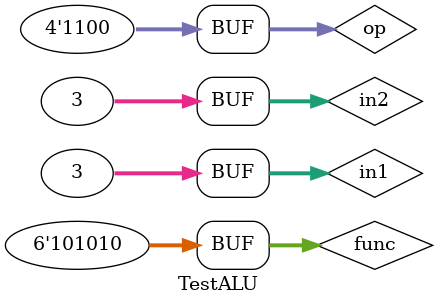
<source format=v>
module ALU(result, zero, in1, in2, op);
    input[31:0] in1;
    input[31:0] in2;
    input[3:0] op;

    output reg zero;
    output reg[31:0] result;

    always@(in1, in2, op)
        case(op)
            4'b0000: result = in1 & in2;
            4'b0001: result = in1 | in2;
            4'b0010: result = in1 + in2;
            4'b0110: result = in1 - in2;
            4'b0111: result = in1 < in2 ? 1 : 0;
            4'b1100: result = !(in1 | in2);
            default: result = 0;
        endcase

    always@(result)
        zero = result == 0 ? 1 : 0;
endmodule

module ALUControl(out, func, op);
    input[5:0] func;
    input[1:0] op;

    output reg[3:0] out;

    always@(func, op)
        case(op)
            2'b00: out = 4'b0010;
            2'b01: out = 4'b0110;
            2'b10: case(func)
                       6'b100000: out = 4'b0010;
                       6'b100010: out = 4'b0110;
                       6'b100100: out = 4'b0000;
                       6'b100101: out = 4'b0001;
                       6'b101010: out = 4'b0111;
                       default: out = 4'bzzzz;
                   endcase
            default: out = 4'bzzzz;
        endcase
endmodule

module TestALU;
    reg[5:0] func;
    reg[3:0] op;
    reg[31:0] in1;
    reg[31:0] in2;

    wire[31:0] res;
    wire zero;

    ALU alucontrol(res, zero, in1, in2, op);

    initial begin
        op = 4'b1100;
        func = 6'b101010;
        in1 = 2'b11;
        in2 = 2'b11;
    end

    always@(res) begin
        $display("%d", res);
    end

    always@(zero)
        $display("Zero: %d", zero);
endmodule

</source>
